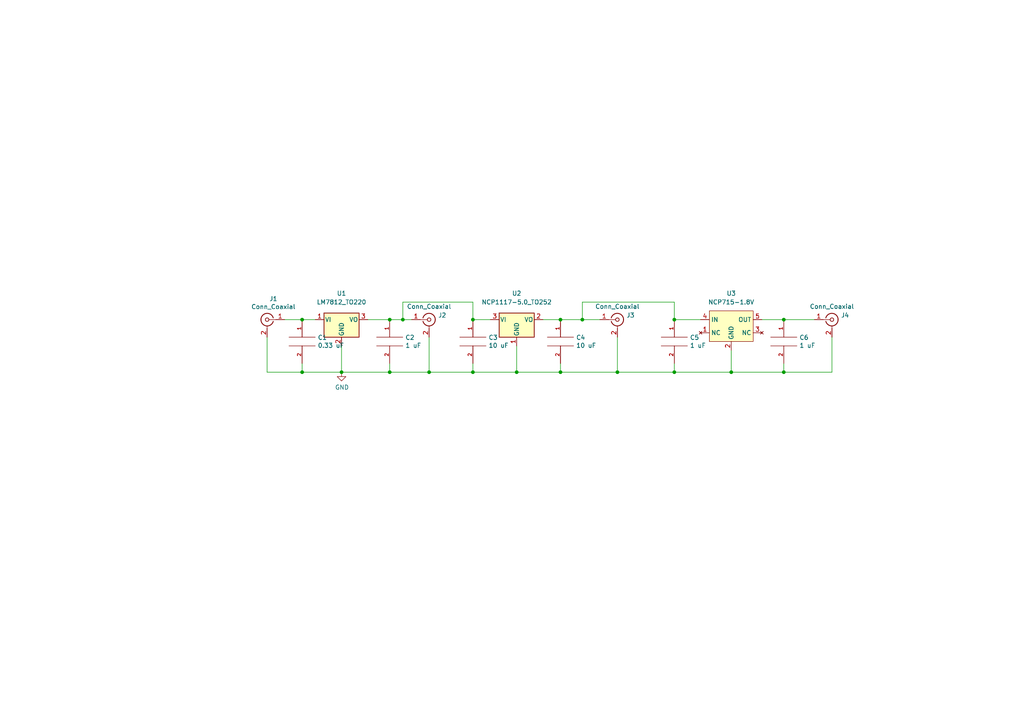
<source format=kicad_sch>
(kicad_sch (version 20211123) (generator eeschema)
  (paper "A4")
  (lib_symbols
    (symbol "Connector:Conn_Coaxial" (pin_names (offset 1.016) hide)
      (property "Reference" "J" (at 0.254 3.048 0))
      (property "Value" "Conn_Coaxial" (at 2.921 0 90))
      (symbol "Conn_Coaxial_0_1"
        (arc (start -1.778 -0.508) (mid 0.222 -1.808) (end 1.778 0) (stroke (width 0.254)))
        (polyline (pts (xy -2.54 0) (xy -0.508 0)))
        (polyline (pts (xy 0 -2.54) (xy 0 -1.778)))
        (circle (center 0 0) (radius 0.508) (stroke (width 0.2032)))
        (arc (start 1.778 0) (mid 0.222 1.8083) (end -1.778 0.508) (stroke (width 0.254)))
      )
      (symbol "Conn_Coaxial_1_1"
        (pin passive line (at -5.08 0 0) (length 2.54) (name "In") (number "1"))
        (pin passive line (at 0 -5.08 90) (length 2.54) (name "Ext") (number "2"))
      )
    )
    (symbol "NCP715:NCP715-1.8V"
      (property "Reference" "U" (at -5.08 -6.35 0))
      (property "Value" "NCP715-1.8V" (at 0 7.62 0))
      (symbol "NCP715-1.8V_0_1"
        (rectangle (start -6.35 5.08) (end 6.35 -3.81) (fill (type background)))
      )
      (symbol "NCP715-1.8V_1_1"
        (pin no_connect line (at -8.89 -1.27 0) (length 2.54) (name "NC") (number "1"))
        (pin power_in line (at 0 -6.35 90) (length 2.54) (name "GND") (number "2"))
        (pin no_connect line (at 8.89 -1.27 180) (length 2.54) (name "NC") (number "3"))
        (pin power_in line (at -8.89 2.54 0) (length 2.54) (name "IN") (number "4"))
        (pin power_out line (at 8.89 2.54 180) (length 2.54) (name "OUT") (number "5"))
      )
    )
    (symbol "Regulator_Linear:LM7812_TO220" (pin_names (offset 0.254))
      (property "Reference" "U" (at -3.81 3.175 0))
      (property "Value" "LM7812_TO220" (at 0 3.175 0))
      (symbol "LM7812_TO220_0_1"
        (rectangle (start -5.08 1.905) (end 5.08 -5.08) (stroke (width 0.254)) (fill (type background)))
      )
      (symbol "LM7812_TO220_1_1"
        (pin power_in line (at -7.62 0 0) (length 2.54) (name "VI") (number "1"))
        (pin power_in line (at 0 -7.62 90) (length 2.54) (name "GND") (number "2"))
        (pin power_out line (at 7.62 0 180) (length 2.54) (name "VO") (number "3"))
      )
    )
    (symbol "Regulator_Linear:NCP1117-5.0_TO252" (pin_names (offset 0.254))
      (property "Reference" "U" (at -3.81 3.175 0))
      (property "Value" "NCP1117-5.0_TO252" (at 0 3.175 0))
      (symbol "NCP1117-5.0_TO252_0_1"
        (rectangle (start -5.08 1.905) (end 5.08 -5.08) (stroke (width 0.254)) (fill (type background)))
      )
      (symbol "NCP1117-5.0_TO252_1_1"
        (pin power_in line (at 0 -7.62 90) (length 2.54) (name "GND") (number "1"))
        (pin power_out line (at 7.62 0 180) (length 2.54) (name "VO") (number "2"))
        (pin power_in line (at -7.62 0 0) (length 2.54) (name "VI") (number "3"))
      )
    )
    (symbol "power:GND" (power) (pin_names (offset 0))
      (property "Value" "GND" (at 0 -3.81 0))
      (symbol "GND_0_1"
        (polyline (pts (xy 0 0) (xy 0 -1.27) (xy 1.27 -1.27) (xy 0 -2.54) (xy -1.27 -1.27) (xy 0 -1.27)))
      )
      (symbol "GND_1_1"
        (pin power_in line (at 0 0 270) (length 0) hide (name "GND") (number "1"))
      )
    )
    (symbol "pspice:C" (pin_names (offset 0.254))
      (property "Reference" "C" (at 2.54 3.81 90))
      (property "Value" "C" (at 2.54 -3.81 90))
      (symbol "C_0_1"
        (polyline (pts (xy -3.81 -1.27) (xy 3.81 -1.27)))
        (polyline (pts (xy -3.81 1.27) (xy 3.81 1.27)))
      )
      (symbol "C_1_1"
        (pin passive line (at 0 6.35 270) (length 5.08) (name "~") (number "1"))
        (pin passive line (at 0 -6.35 90) (length 5.08) (name "~") (number "2"))
      )
    )
  )
  (junction (at 87.63 92.71))
  (junction (at 162.56 107.95))
  (junction (at 227.33 92.71))
  (junction (at 212.09 107.95))
  (junction (at 99.06 107.95))
  (junction (at 113.03 107.95))
  (junction (at 113.03 92.71))
  (junction (at 195.58 92.71))
  (junction (at 168.91 92.71))
  (junction (at 124.46 107.95))
  (junction (at 116.84 92.71))
  (junction (at 149.86 107.95))
  (junction (at 137.16 107.95))
  (junction (at 87.63 107.95))
  (junction (at 195.58 107.95))
  (junction (at 162.56 92.71))
  (junction (at 137.16 92.71))
  (junction (at 179.07 107.95))
  (junction (at 227.33 107.95))
  (wire (pts (xy 82.55 92.71) (xy 87.63 92.71)))
  (wire (pts (xy 168.91 87.63) (xy 168.91 92.71)))
  (wire (pts (xy 227.33 92.71) (xy 236.22 92.71)))
  (wire (pts (xy 137.16 107.95) (xy 137.16 105.41)))
  (wire (pts (xy 116.84 92.71) (xy 119.38 92.71)))
  (wire (pts (xy 87.63 92.71) (xy 91.44 92.71)))
  (wire (pts (xy 162.56 105.41) (xy 162.56 107.95)))
  (wire (pts (xy 113.03 107.95) (xy 99.06 107.95)))
  (wire (pts (xy 149.86 100.33) (xy 149.86 107.95)))
  (wire (pts (xy 87.63 105.41) (xy 87.63 107.95)))
  (wire (pts (xy 116.84 87.63) (xy 137.16 87.63)))
  (wire (pts (xy 212.09 107.95) (xy 227.33 107.95)))
  (wire (pts (xy 87.63 107.95) (xy 77.47 107.95)))
  (wire (pts (xy 116.84 92.71) (xy 116.84 87.63)))
  (wire (pts (xy 137.16 87.63) (xy 137.16 92.71)))
  (wire (pts (xy 137.16 92.71) (xy 142.24 92.71)))
  (wire (pts (xy 195.58 92.71) (xy 203.2 92.71)))
  (wire (pts (xy 162.56 107.95) (xy 179.07 107.95)))
  (wire (pts (xy 106.68 92.71) (xy 113.03 92.71)))
  (wire (pts (xy 195.58 107.95) (xy 212.09 107.95)))
  (wire (pts (xy 77.47 97.79) (xy 77.47 107.95)))
  (wire (pts (xy 162.56 92.71) (xy 168.91 92.71)))
  (wire (pts (xy 179.07 107.95) (xy 195.58 107.95)))
  (wire (pts (xy 195.58 92.71) (xy 195.58 87.63)))
  (wire (pts (xy 227.33 107.95) (xy 227.33 105.41)))
  (wire (pts (xy 113.03 92.71) (xy 116.84 92.71)))
  (wire (pts (xy 157.48 92.71) (xy 162.56 92.71)))
  (wire (pts (xy 137.16 107.95) (xy 149.86 107.95)))
  (wire (pts (xy 99.06 107.95) (xy 87.63 107.95)))
  (wire (pts (xy 195.58 87.63) (xy 168.91 87.63)))
  (wire (pts (xy 113.03 105.41) (xy 113.03 107.95)))
  (wire (pts (xy 124.46 97.79) (xy 124.46 107.95)))
  (wire (pts (xy 212.09 101.6) (xy 212.09 107.95)))
  (wire (pts (xy 179.07 107.95) (xy 179.07 97.79)))
  (wire (pts (xy 99.06 100.33) (xy 99.06 107.95)))
  (wire (pts (xy 227.33 107.95) (xy 241.3 107.95)))
  (wire (pts (xy 124.46 107.95) (xy 137.16 107.95)))
  (wire (pts (xy 195.58 105.41) (xy 195.58 107.95)))
  (wire (pts (xy 124.46 107.95) (xy 113.03 107.95)))
  (wire (pts (xy 168.91 92.71) (xy 173.99 92.71)))
  (wire (pts (xy 241.3 107.95) (xy 241.3 97.79)))
  (wire (pts (xy 220.98 92.71) (xy 227.33 92.71)))
  (wire (pts (xy 149.86 107.95) (xy 162.56 107.95)))
  (symbol (lib_id "Connector:Conn_Coaxial") (at 77.47 92.71 0) (mirror y) (unit 1)
    (property "Reference" "J1" (at 79.2988 86.6648 0))
    (property "Value" "Conn_Coaxial" (at 79.2988 88.9762 0))
    (property "Footprint" "Connector_Coaxial:SMA_Amphenol_132203-12_Horizontal" (effects hide))
    (property "Datasheet" " ~" (effects hide))
  )
  (symbol (lib_id "pspice:C") (at 195.58 99.06 0) (unit 1)
    (property "Reference" "C5" (at 200.1012 97.8916 0) (effects (justify left)))
    (property "Value" "1 uF" (at 200.1012 100.203 0) (effects (justify left)))
    (property "Footprint" "Capacitor_SMD:C_1206_3216Metric" (effects hide))
  )
  (symbol (lib_id "Connector:Conn_Coaxial") (at 241.3 92.71 0) (unit 1)
    (property "Reference" "J4" (at 245.11 91.44 0))
    (property "Value" "Conn_Coaxial" (at 241.3 88.9 0))
    (property "Footprint" "Connector_Coaxial:SMA_Amphenol_132203-12_Horizontal" (effects hide))
    (property "Datasheet" " ~" (effects hide))
  )
  (symbol (lib_id "Connector:Conn_Coaxial") (at 179.07 92.71 0) (unit 1)
    (property "Reference" "J3" (at 182.88 91.44 0))
    (property "Value" "Conn_Coaxial" (at 179.07 88.9 0))
    (property "Footprint" "Connector_Coaxial:SMA_Amphenol_132203-12_Horizontal" (effects hide))
    (property "Datasheet" " ~" (effects hide))
  )
  (symbol (lib_id "Connector:Conn_Coaxial") (at 124.46 92.71 0) (unit 1)
    (property "Reference" "J2" (at 128.27 91.44 0))
    (property "Value" "Conn_Coaxial" (at 124.46 88.9 0))
    (property "Footprint" "Connector_Coaxial:SMA_Amphenol_132203-12_Horizontal" (effects hide))
    (property "Datasheet" " ~" (effects hide))
  )
  (symbol (lib_id "pspice:C") (at 87.63 99.06 0) (unit 1)
    (property "Reference" "C1" (at 92.1512 97.8916 0) (effects (justify left)))
    (property "Value" "0.33 uF" (at 92.1512 100.203 0) (effects (justify left)))
    (property "Footprint" "Capacitor_SMD:C_1206_3216Metric" (effects hide))
  )
  (symbol (lib_id "Regulator_Linear:LM7812_TO220") (at 99.06 92.71 0) (unit 1)
    (property "Reference" "U1" (at 99.06 85.09 0))
    (property "Value" "LM7812_TO220" (at 99.06 87.63 0))
    (property "Footprint" "Package_TO_SOT_SMD:TO-263-3_TabPin2" (effects hide))
    (property "Datasheet" "https://www.onsemi.cn/PowerSolutions/document/MC7800-D.PDF" (effects hide))
  )
  (symbol (lib_id "pspice:C") (at 227.33 99.06 0) (unit 1)
    (property "Reference" "C6" (at 231.8512 97.8916 0) (effects (justify left)))
    (property "Value" "1 uF" (at 231.8512 100.203 0) (effects (justify left)))
    (property "Footprint" "Capacitor_SMD:C_1206_3216Metric" (effects hide))
  )
  (symbol (lib_id "pspice:C") (at 113.03 99.06 0) (unit 1)
    (property "Reference" "C2" (at 117.5512 97.8916 0) (effects (justify left)))
    (property "Value" "1 uF" (at 117.5512 100.203 0) (effects (justify left)))
    (property "Footprint" "Capacitor_SMD:C_1206_3216Metric" (effects hide))
  )
  (symbol (lib_id "pspice:C") (at 162.56 99.06 0) (unit 1)
    (property "Reference" "C4" (at 167.0812 97.8916 0) (effects (justify left)))
    (property "Value" "10 uF" (at 167.0812 100.203 0) (effects (justify left)))
    (property "Footprint" "Capacitor_SMD:C_0805_2012Metric" (effects hide))
  )
  (symbol (lib_id "NCP715:NCP715-1.8V") (at 212.09 95.25 0) (unit 1)
    (property "Reference" "U3" (at 212.09 85.09 0))
    (property "Value" "NCP715-1.8V" (at 212.09 87.63 0))
    (property "Footprint" "Package_TO_SOT_SMD:SOT-353_SC-70-5" (effects hide))
  )
  (symbol (lib_id "pspice:C") (at 137.16 99.06 0) (unit 1)
    (property "Reference" "C3" (at 141.6812 97.8916 0) (effects (justify left)))
    (property "Value" "10 uF" (at 141.6812 100.203 0) (effects (justify left)))
    (property "Footprint" "Capacitor_SMD:C_0805_2012Metric" (effects hide))
  )
  (symbol (lib_id "Regulator_Linear:NCP1117-5.0_TO252") (at 149.86 92.71 0) (unit 1)
    (property "Reference" "U2" (at 149.86 85.09 0))
    (property "Value" "NCP1117-5.0_TO252" (at 149.86 87.63 0))
    (property "Footprint" "Package_TO_SOT_SMD:TO-252-2" (effects hide))
    (property "Datasheet" "http://www.onsemi.com/pub_link/Collateral/NCP1117-D.PDF" (effects hide))
  )
  (symbol (lib_id "power:GND") (at 99.06 107.95 0) (unit 1)
    (property "Reference" "#PWR01" (effects hide))
    (property "Value" "GND" (at 99.187 112.3442 0))
  )
)
</source>
